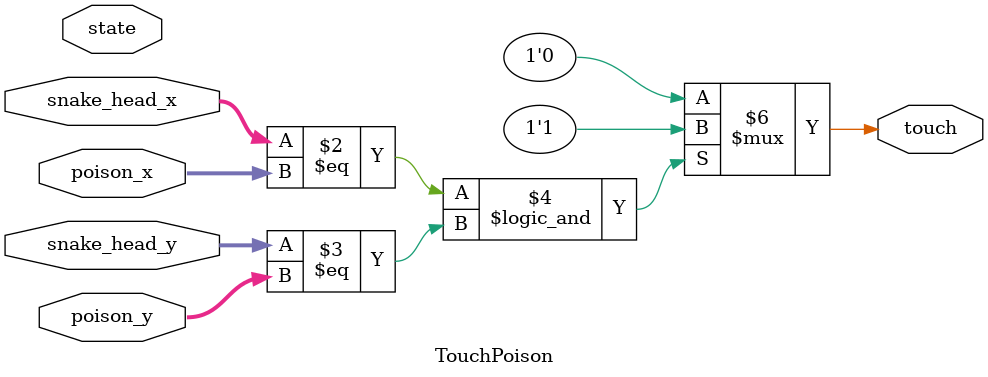
<source format=v>
module TouchPoison(touch, snake_head_x, snake_head_y, state, poison_x, poison_y);
output reg touch;
input [2:0] state;
input [3:0] snake_head_x, snake_head_y, poison_x, poison_y;
always @(*)
begin
    if(snake_head_x == poison_x && snake_head_y == poison_y)
        touch = 1;
    else 
        touch = 0;
end
endmodule

</source>
